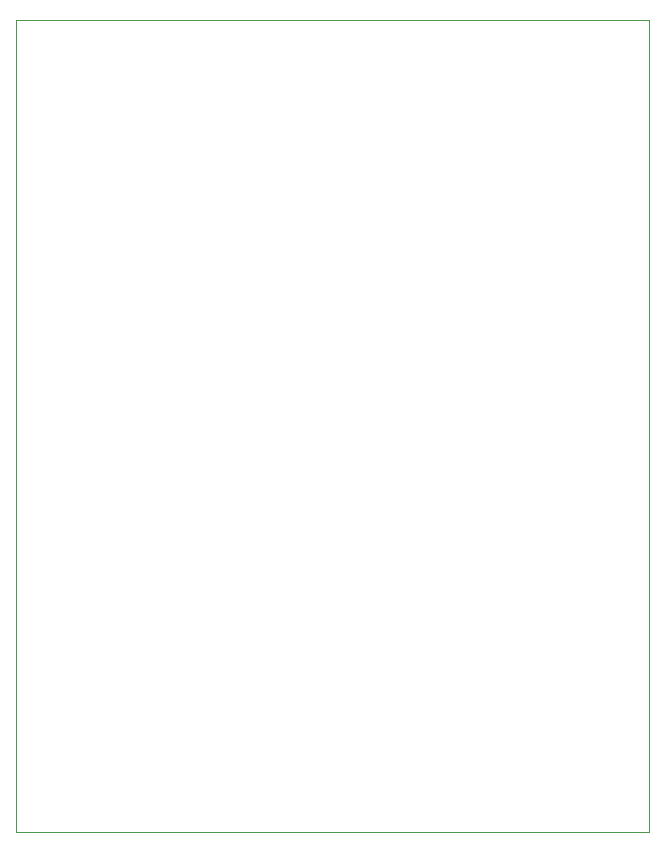
<source format=gbr>
G04*
G04 #@! TF.GenerationSoftware,Altium Limited,Altium Designer,24.2.2 (26)*
G04*
G04 Layer_Color=0*
%FSLAX44Y44*%
%MOMM*%
G71*
G04*
G04 #@! TF.SameCoordinates,411CF6F5-C546-4132-A14B-87BDE19E8412*
G04*
G04*
G04 #@! TF.FilePolarity,Positive*
G04*
G01*
G75*
%ADD98C,0.0254*%
D98*
X0Y0D02*
X-0Y687070D01*
X535940D01*
Y0D01*
X0D01*
M02*

</source>
